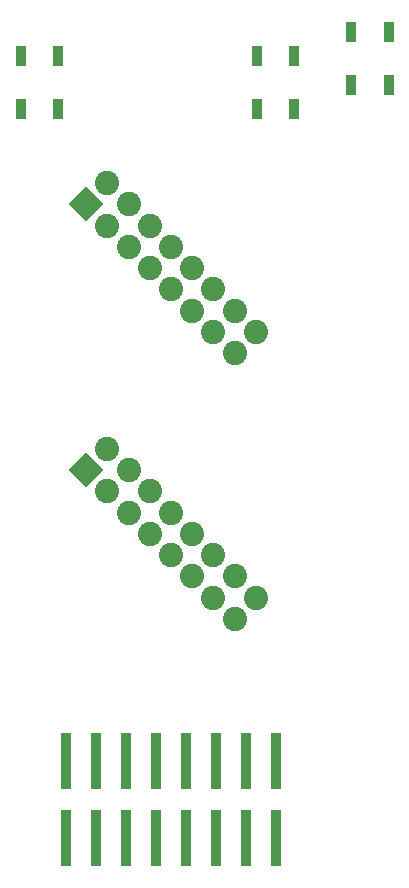
<source format=gbs>
%FSLAX33Y33*%
%MOMM*%
%AMRect-W2049999-H2049999-RO1.750*
21,1,2.049999,2.049999,0.,0.,45*%
%AMRect-W4800000-H890000-RO0.500*
21,1,4.8,0.89,0.,0.,270*%
%AMRect-W820710-H1670710-RO1.000*
21,1,0.82071,1.67071,0.,0.,180*%
%ADD10C,2.049999*%
%ADD11Rect-W2049999-H2049999-RO1.750*%
%ADD12Rect-W4800000-H890000-RO0.500*%
%ADD13Rect-W820710-H1670710-RO1.000*%
D10*
%LNbottom solder mask_traces*%
%LNbottom solder mask component 6f45595ed46c503a*%
G01*
X14262Y43592D03*
X16058Y41796D03*
X17854Y40000D03*
X19650Y38204D03*
X21446Y36408D03*
X23242Y34612D03*
X25038Y32816D03*
X14262Y47184D03*
X16058Y45388D03*
X17854Y43592D03*
X19650Y41796D03*
X21446Y40000D03*
X23242Y38204D03*
X25038Y36408D03*
X26834Y34612D03*
D11*
X12466Y45388D03*
%LNbottom solder mask component 0a00c536e324cf6a*%
D10*
X14262Y66092D03*
X16058Y64296D03*
X17854Y62500D03*
X19650Y60704D03*
X21446Y58908D03*
X23242Y57112D03*
X25038Y55316D03*
X14262Y69684D03*
X16058Y67888D03*
X17854Y66092D03*
X19650Y64296D03*
X21446Y62500D03*
X23242Y60704D03*
X25038Y58908D03*
X26834Y57112D03*
D11*
X12466Y67888D03*
%LNbottom solder mask component aee47269770e5b20*%
D12*
X10760Y20750D03*
X13300Y20750D03*
X15840Y20750D03*
X18380Y20750D03*
X20920Y20750D03*
X23460Y20750D03*
X26000Y20750D03*
X28540Y20750D03*
X28540Y14250D03*
X26000Y14250D03*
X23460Y14250D03*
X20920Y14250D03*
X18380Y14250D03*
X15840Y14250D03*
X13300Y14250D03*
X10760Y14250D03*
%LNbottom solder mask component fcc7330a5c04ed33*%
D13*
X10075Y80500D03*
X6925Y80500D03*
%LNbottom solder mask component 5223292f9ca4fa3a*%
X10075Y76000D03*
X6925Y76000D03*
%LNbottom solder mask component df5c0e0204abdff7*%
X30075Y80500D03*
X26925Y80500D03*
%LNbottom solder mask component c93e3f70910718a6*%
X30075Y76000D03*
X26925Y76000D03*
%LNbottom solder mask component 450d204d92aa958c*%
X38075Y78000D03*
X34925Y78000D03*
%LNbottom solder mask component ec5c1160eed49731*%
X38075Y82500D03*
X34925Y82500D03*
M02*
</source>
